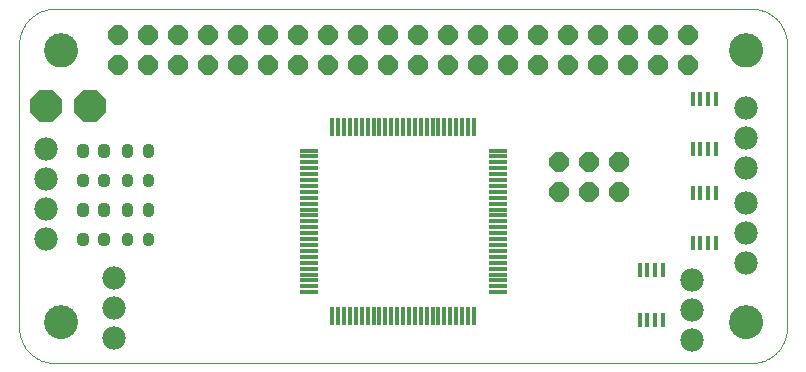
<source format=gbs>
G75*
%MOIN*%
%OFA0B0*%
%FSLAX25Y25*%
%IPPOS*%
%LPD*%
%AMOC8*
5,1,8,0,0,1.08239X$1,22.5*
%
%ADD10C,0.00000*%
%ADD11C,0.11227*%
%ADD12OC8,0.06400*%
%ADD13R,0.06306X0.01581*%
%ADD14R,0.01581X0.06306*%
%ADD15C,0.03150*%
%ADD16OC8,0.10400*%
%ADD17OC8,0.06502*%
%ADD18R,0.01581X0.05124*%
%ADD19C,0.07800*%
D10*
X0013811Y0013041D02*
X0246094Y0013041D01*
X0246379Y0013044D01*
X0246665Y0013055D01*
X0246950Y0013072D01*
X0247234Y0013096D01*
X0247518Y0013127D01*
X0247801Y0013165D01*
X0248082Y0013210D01*
X0248363Y0013261D01*
X0248643Y0013319D01*
X0248921Y0013384D01*
X0249197Y0013456D01*
X0249471Y0013534D01*
X0249744Y0013619D01*
X0250014Y0013711D01*
X0250282Y0013809D01*
X0250548Y0013913D01*
X0250811Y0014024D01*
X0251071Y0014141D01*
X0251329Y0014264D01*
X0251583Y0014394D01*
X0251834Y0014530D01*
X0252082Y0014671D01*
X0252326Y0014819D01*
X0252567Y0014972D01*
X0252803Y0015132D01*
X0253036Y0015297D01*
X0253265Y0015467D01*
X0253490Y0015643D01*
X0253710Y0015825D01*
X0253926Y0016011D01*
X0254137Y0016203D01*
X0254344Y0016400D01*
X0254546Y0016602D01*
X0254743Y0016809D01*
X0254935Y0017020D01*
X0255121Y0017236D01*
X0255303Y0017456D01*
X0255479Y0017681D01*
X0255649Y0017910D01*
X0255814Y0018143D01*
X0255974Y0018379D01*
X0256127Y0018620D01*
X0256275Y0018864D01*
X0256416Y0019112D01*
X0256552Y0019363D01*
X0256682Y0019617D01*
X0256805Y0019875D01*
X0256922Y0020135D01*
X0257033Y0020398D01*
X0257137Y0020664D01*
X0257235Y0020932D01*
X0257327Y0021202D01*
X0257412Y0021475D01*
X0257490Y0021749D01*
X0257562Y0022025D01*
X0257627Y0022303D01*
X0257685Y0022583D01*
X0257736Y0022864D01*
X0257781Y0023145D01*
X0257819Y0023428D01*
X0257850Y0023712D01*
X0257874Y0023996D01*
X0257891Y0024281D01*
X0257902Y0024567D01*
X0257905Y0024852D01*
X0257906Y0024852D02*
X0257906Y0119340D01*
X0257905Y0119340D02*
X0257902Y0119625D01*
X0257891Y0119911D01*
X0257874Y0120196D01*
X0257850Y0120480D01*
X0257819Y0120764D01*
X0257781Y0121047D01*
X0257736Y0121328D01*
X0257685Y0121609D01*
X0257627Y0121889D01*
X0257562Y0122167D01*
X0257490Y0122443D01*
X0257412Y0122717D01*
X0257327Y0122990D01*
X0257235Y0123260D01*
X0257137Y0123528D01*
X0257033Y0123794D01*
X0256922Y0124057D01*
X0256805Y0124317D01*
X0256682Y0124575D01*
X0256552Y0124829D01*
X0256416Y0125080D01*
X0256275Y0125328D01*
X0256127Y0125572D01*
X0255974Y0125813D01*
X0255814Y0126049D01*
X0255649Y0126282D01*
X0255479Y0126511D01*
X0255303Y0126736D01*
X0255121Y0126956D01*
X0254935Y0127172D01*
X0254743Y0127383D01*
X0254546Y0127590D01*
X0254344Y0127792D01*
X0254137Y0127989D01*
X0253926Y0128181D01*
X0253710Y0128367D01*
X0253490Y0128549D01*
X0253265Y0128725D01*
X0253036Y0128895D01*
X0252803Y0129060D01*
X0252567Y0129220D01*
X0252326Y0129373D01*
X0252082Y0129521D01*
X0251834Y0129662D01*
X0251583Y0129798D01*
X0251329Y0129928D01*
X0251071Y0130051D01*
X0250811Y0130168D01*
X0250548Y0130279D01*
X0250282Y0130383D01*
X0250014Y0130481D01*
X0249744Y0130573D01*
X0249471Y0130658D01*
X0249197Y0130736D01*
X0248921Y0130808D01*
X0248643Y0130873D01*
X0248363Y0130931D01*
X0248082Y0130982D01*
X0247801Y0131027D01*
X0247518Y0131065D01*
X0247234Y0131096D01*
X0246950Y0131120D01*
X0246665Y0131137D01*
X0246379Y0131148D01*
X0246094Y0131151D01*
X0013811Y0131151D01*
X0013526Y0131148D01*
X0013240Y0131137D01*
X0012955Y0131120D01*
X0012671Y0131096D01*
X0012387Y0131065D01*
X0012104Y0131027D01*
X0011823Y0130982D01*
X0011542Y0130931D01*
X0011262Y0130873D01*
X0010984Y0130808D01*
X0010708Y0130736D01*
X0010434Y0130658D01*
X0010161Y0130573D01*
X0009891Y0130481D01*
X0009623Y0130383D01*
X0009357Y0130279D01*
X0009094Y0130168D01*
X0008834Y0130051D01*
X0008576Y0129928D01*
X0008322Y0129798D01*
X0008071Y0129662D01*
X0007823Y0129521D01*
X0007579Y0129373D01*
X0007338Y0129220D01*
X0007102Y0129060D01*
X0006869Y0128895D01*
X0006640Y0128725D01*
X0006415Y0128549D01*
X0006195Y0128367D01*
X0005979Y0128181D01*
X0005768Y0127989D01*
X0005561Y0127792D01*
X0005359Y0127590D01*
X0005162Y0127383D01*
X0004970Y0127172D01*
X0004784Y0126956D01*
X0004602Y0126736D01*
X0004426Y0126511D01*
X0004256Y0126282D01*
X0004091Y0126049D01*
X0003931Y0125813D01*
X0003778Y0125572D01*
X0003630Y0125328D01*
X0003489Y0125080D01*
X0003353Y0124829D01*
X0003223Y0124575D01*
X0003100Y0124317D01*
X0002983Y0124057D01*
X0002872Y0123794D01*
X0002768Y0123528D01*
X0002670Y0123260D01*
X0002578Y0122990D01*
X0002493Y0122717D01*
X0002415Y0122443D01*
X0002343Y0122167D01*
X0002278Y0121889D01*
X0002220Y0121609D01*
X0002169Y0121328D01*
X0002124Y0121047D01*
X0002086Y0120764D01*
X0002055Y0120480D01*
X0002031Y0120196D01*
X0002014Y0119911D01*
X0002003Y0119625D01*
X0002000Y0119340D01*
X0002000Y0024852D01*
X0002003Y0024567D01*
X0002014Y0024281D01*
X0002031Y0023996D01*
X0002055Y0023712D01*
X0002086Y0023428D01*
X0002124Y0023145D01*
X0002169Y0022864D01*
X0002220Y0022583D01*
X0002278Y0022303D01*
X0002343Y0022025D01*
X0002415Y0021749D01*
X0002493Y0021475D01*
X0002578Y0021202D01*
X0002670Y0020932D01*
X0002768Y0020664D01*
X0002872Y0020398D01*
X0002983Y0020135D01*
X0003100Y0019875D01*
X0003223Y0019617D01*
X0003353Y0019363D01*
X0003489Y0019112D01*
X0003630Y0018864D01*
X0003778Y0018620D01*
X0003931Y0018379D01*
X0004091Y0018143D01*
X0004256Y0017910D01*
X0004426Y0017681D01*
X0004602Y0017456D01*
X0004784Y0017236D01*
X0004970Y0017020D01*
X0005162Y0016809D01*
X0005359Y0016602D01*
X0005561Y0016400D01*
X0005768Y0016203D01*
X0005979Y0016011D01*
X0006195Y0015825D01*
X0006415Y0015643D01*
X0006640Y0015467D01*
X0006869Y0015297D01*
X0007102Y0015132D01*
X0007338Y0014972D01*
X0007579Y0014819D01*
X0007823Y0014671D01*
X0008071Y0014530D01*
X0008322Y0014394D01*
X0008576Y0014264D01*
X0008834Y0014141D01*
X0009094Y0014024D01*
X0009357Y0013913D01*
X0009623Y0013809D01*
X0009891Y0013711D01*
X0010161Y0013619D01*
X0010434Y0013534D01*
X0010708Y0013456D01*
X0010984Y0013384D01*
X0011262Y0013319D01*
X0011542Y0013261D01*
X0011823Y0013210D01*
X0012104Y0013165D01*
X0012387Y0013127D01*
X0012671Y0013096D01*
X0012955Y0013072D01*
X0013240Y0013055D01*
X0013526Y0013044D01*
X0013811Y0013041D01*
X0010367Y0026820D02*
X0010369Y0026967D01*
X0010375Y0027113D01*
X0010385Y0027259D01*
X0010399Y0027405D01*
X0010417Y0027551D01*
X0010438Y0027696D01*
X0010464Y0027840D01*
X0010494Y0027984D01*
X0010527Y0028126D01*
X0010564Y0028268D01*
X0010605Y0028409D01*
X0010650Y0028548D01*
X0010699Y0028687D01*
X0010751Y0028824D01*
X0010808Y0028959D01*
X0010867Y0029093D01*
X0010931Y0029225D01*
X0010998Y0029355D01*
X0011068Y0029484D01*
X0011142Y0029611D01*
X0011219Y0029735D01*
X0011300Y0029858D01*
X0011384Y0029978D01*
X0011471Y0030096D01*
X0011561Y0030211D01*
X0011654Y0030324D01*
X0011751Y0030435D01*
X0011850Y0030543D01*
X0011952Y0030648D01*
X0012057Y0030750D01*
X0012165Y0030849D01*
X0012276Y0030946D01*
X0012389Y0031039D01*
X0012504Y0031129D01*
X0012622Y0031216D01*
X0012742Y0031300D01*
X0012865Y0031381D01*
X0012989Y0031458D01*
X0013116Y0031532D01*
X0013245Y0031602D01*
X0013375Y0031669D01*
X0013507Y0031733D01*
X0013641Y0031792D01*
X0013776Y0031849D01*
X0013913Y0031901D01*
X0014052Y0031950D01*
X0014191Y0031995D01*
X0014332Y0032036D01*
X0014474Y0032073D01*
X0014616Y0032106D01*
X0014760Y0032136D01*
X0014904Y0032162D01*
X0015049Y0032183D01*
X0015195Y0032201D01*
X0015341Y0032215D01*
X0015487Y0032225D01*
X0015633Y0032231D01*
X0015780Y0032233D01*
X0015927Y0032231D01*
X0016073Y0032225D01*
X0016219Y0032215D01*
X0016365Y0032201D01*
X0016511Y0032183D01*
X0016656Y0032162D01*
X0016800Y0032136D01*
X0016944Y0032106D01*
X0017086Y0032073D01*
X0017228Y0032036D01*
X0017369Y0031995D01*
X0017508Y0031950D01*
X0017647Y0031901D01*
X0017784Y0031849D01*
X0017919Y0031792D01*
X0018053Y0031733D01*
X0018185Y0031669D01*
X0018315Y0031602D01*
X0018444Y0031532D01*
X0018571Y0031458D01*
X0018695Y0031381D01*
X0018818Y0031300D01*
X0018938Y0031216D01*
X0019056Y0031129D01*
X0019171Y0031039D01*
X0019284Y0030946D01*
X0019395Y0030849D01*
X0019503Y0030750D01*
X0019608Y0030648D01*
X0019710Y0030543D01*
X0019809Y0030435D01*
X0019906Y0030324D01*
X0019999Y0030211D01*
X0020089Y0030096D01*
X0020176Y0029978D01*
X0020260Y0029858D01*
X0020341Y0029735D01*
X0020418Y0029611D01*
X0020492Y0029484D01*
X0020562Y0029355D01*
X0020629Y0029225D01*
X0020693Y0029093D01*
X0020752Y0028959D01*
X0020809Y0028824D01*
X0020861Y0028687D01*
X0020910Y0028548D01*
X0020955Y0028409D01*
X0020996Y0028268D01*
X0021033Y0028126D01*
X0021066Y0027984D01*
X0021096Y0027840D01*
X0021122Y0027696D01*
X0021143Y0027551D01*
X0021161Y0027405D01*
X0021175Y0027259D01*
X0021185Y0027113D01*
X0021191Y0026967D01*
X0021193Y0026820D01*
X0021191Y0026673D01*
X0021185Y0026527D01*
X0021175Y0026381D01*
X0021161Y0026235D01*
X0021143Y0026089D01*
X0021122Y0025944D01*
X0021096Y0025800D01*
X0021066Y0025656D01*
X0021033Y0025514D01*
X0020996Y0025372D01*
X0020955Y0025231D01*
X0020910Y0025092D01*
X0020861Y0024953D01*
X0020809Y0024816D01*
X0020752Y0024681D01*
X0020693Y0024547D01*
X0020629Y0024415D01*
X0020562Y0024285D01*
X0020492Y0024156D01*
X0020418Y0024029D01*
X0020341Y0023905D01*
X0020260Y0023782D01*
X0020176Y0023662D01*
X0020089Y0023544D01*
X0019999Y0023429D01*
X0019906Y0023316D01*
X0019809Y0023205D01*
X0019710Y0023097D01*
X0019608Y0022992D01*
X0019503Y0022890D01*
X0019395Y0022791D01*
X0019284Y0022694D01*
X0019171Y0022601D01*
X0019056Y0022511D01*
X0018938Y0022424D01*
X0018818Y0022340D01*
X0018695Y0022259D01*
X0018571Y0022182D01*
X0018444Y0022108D01*
X0018315Y0022038D01*
X0018185Y0021971D01*
X0018053Y0021907D01*
X0017919Y0021848D01*
X0017784Y0021791D01*
X0017647Y0021739D01*
X0017508Y0021690D01*
X0017369Y0021645D01*
X0017228Y0021604D01*
X0017086Y0021567D01*
X0016944Y0021534D01*
X0016800Y0021504D01*
X0016656Y0021478D01*
X0016511Y0021457D01*
X0016365Y0021439D01*
X0016219Y0021425D01*
X0016073Y0021415D01*
X0015927Y0021409D01*
X0015780Y0021407D01*
X0015633Y0021409D01*
X0015487Y0021415D01*
X0015341Y0021425D01*
X0015195Y0021439D01*
X0015049Y0021457D01*
X0014904Y0021478D01*
X0014760Y0021504D01*
X0014616Y0021534D01*
X0014474Y0021567D01*
X0014332Y0021604D01*
X0014191Y0021645D01*
X0014052Y0021690D01*
X0013913Y0021739D01*
X0013776Y0021791D01*
X0013641Y0021848D01*
X0013507Y0021907D01*
X0013375Y0021971D01*
X0013245Y0022038D01*
X0013116Y0022108D01*
X0012989Y0022182D01*
X0012865Y0022259D01*
X0012742Y0022340D01*
X0012622Y0022424D01*
X0012504Y0022511D01*
X0012389Y0022601D01*
X0012276Y0022694D01*
X0012165Y0022791D01*
X0012057Y0022890D01*
X0011952Y0022992D01*
X0011850Y0023097D01*
X0011751Y0023205D01*
X0011654Y0023316D01*
X0011561Y0023429D01*
X0011471Y0023544D01*
X0011384Y0023662D01*
X0011300Y0023782D01*
X0011219Y0023905D01*
X0011142Y0024029D01*
X0011068Y0024156D01*
X0010998Y0024285D01*
X0010931Y0024415D01*
X0010867Y0024547D01*
X0010808Y0024681D01*
X0010751Y0024816D01*
X0010699Y0024953D01*
X0010650Y0025092D01*
X0010605Y0025231D01*
X0010564Y0025372D01*
X0010527Y0025514D01*
X0010494Y0025656D01*
X0010464Y0025800D01*
X0010438Y0025944D01*
X0010417Y0026089D01*
X0010399Y0026235D01*
X0010385Y0026381D01*
X0010375Y0026527D01*
X0010369Y0026673D01*
X0010367Y0026820D01*
X0010367Y0117371D02*
X0010369Y0117518D01*
X0010375Y0117664D01*
X0010385Y0117810D01*
X0010399Y0117956D01*
X0010417Y0118102D01*
X0010438Y0118247D01*
X0010464Y0118391D01*
X0010494Y0118535D01*
X0010527Y0118677D01*
X0010564Y0118819D01*
X0010605Y0118960D01*
X0010650Y0119099D01*
X0010699Y0119238D01*
X0010751Y0119375D01*
X0010808Y0119510D01*
X0010867Y0119644D01*
X0010931Y0119776D01*
X0010998Y0119906D01*
X0011068Y0120035D01*
X0011142Y0120162D01*
X0011219Y0120286D01*
X0011300Y0120409D01*
X0011384Y0120529D01*
X0011471Y0120647D01*
X0011561Y0120762D01*
X0011654Y0120875D01*
X0011751Y0120986D01*
X0011850Y0121094D01*
X0011952Y0121199D01*
X0012057Y0121301D01*
X0012165Y0121400D01*
X0012276Y0121497D01*
X0012389Y0121590D01*
X0012504Y0121680D01*
X0012622Y0121767D01*
X0012742Y0121851D01*
X0012865Y0121932D01*
X0012989Y0122009D01*
X0013116Y0122083D01*
X0013245Y0122153D01*
X0013375Y0122220D01*
X0013507Y0122284D01*
X0013641Y0122343D01*
X0013776Y0122400D01*
X0013913Y0122452D01*
X0014052Y0122501D01*
X0014191Y0122546D01*
X0014332Y0122587D01*
X0014474Y0122624D01*
X0014616Y0122657D01*
X0014760Y0122687D01*
X0014904Y0122713D01*
X0015049Y0122734D01*
X0015195Y0122752D01*
X0015341Y0122766D01*
X0015487Y0122776D01*
X0015633Y0122782D01*
X0015780Y0122784D01*
X0015927Y0122782D01*
X0016073Y0122776D01*
X0016219Y0122766D01*
X0016365Y0122752D01*
X0016511Y0122734D01*
X0016656Y0122713D01*
X0016800Y0122687D01*
X0016944Y0122657D01*
X0017086Y0122624D01*
X0017228Y0122587D01*
X0017369Y0122546D01*
X0017508Y0122501D01*
X0017647Y0122452D01*
X0017784Y0122400D01*
X0017919Y0122343D01*
X0018053Y0122284D01*
X0018185Y0122220D01*
X0018315Y0122153D01*
X0018444Y0122083D01*
X0018571Y0122009D01*
X0018695Y0121932D01*
X0018818Y0121851D01*
X0018938Y0121767D01*
X0019056Y0121680D01*
X0019171Y0121590D01*
X0019284Y0121497D01*
X0019395Y0121400D01*
X0019503Y0121301D01*
X0019608Y0121199D01*
X0019710Y0121094D01*
X0019809Y0120986D01*
X0019906Y0120875D01*
X0019999Y0120762D01*
X0020089Y0120647D01*
X0020176Y0120529D01*
X0020260Y0120409D01*
X0020341Y0120286D01*
X0020418Y0120162D01*
X0020492Y0120035D01*
X0020562Y0119906D01*
X0020629Y0119776D01*
X0020693Y0119644D01*
X0020752Y0119510D01*
X0020809Y0119375D01*
X0020861Y0119238D01*
X0020910Y0119099D01*
X0020955Y0118960D01*
X0020996Y0118819D01*
X0021033Y0118677D01*
X0021066Y0118535D01*
X0021096Y0118391D01*
X0021122Y0118247D01*
X0021143Y0118102D01*
X0021161Y0117956D01*
X0021175Y0117810D01*
X0021185Y0117664D01*
X0021191Y0117518D01*
X0021193Y0117371D01*
X0021191Y0117224D01*
X0021185Y0117078D01*
X0021175Y0116932D01*
X0021161Y0116786D01*
X0021143Y0116640D01*
X0021122Y0116495D01*
X0021096Y0116351D01*
X0021066Y0116207D01*
X0021033Y0116065D01*
X0020996Y0115923D01*
X0020955Y0115782D01*
X0020910Y0115643D01*
X0020861Y0115504D01*
X0020809Y0115367D01*
X0020752Y0115232D01*
X0020693Y0115098D01*
X0020629Y0114966D01*
X0020562Y0114836D01*
X0020492Y0114707D01*
X0020418Y0114580D01*
X0020341Y0114456D01*
X0020260Y0114333D01*
X0020176Y0114213D01*
X0020089Y0114095D01*
X0019999Y0113980D01*
X0019906Y0113867D01*
X0019809Y0113756D01*
X0019710Y0113648D01*
X0019608Y0113543D01*
X0019503Y0113441D01*
X0019395Y0113342D01*
X0019284Y0113245D01*
X0019171Y0113152D01*
X0019056Y0113062D01*
X0018938Y0112975D01*
X0018818Y0112891D01*
X0018695Y0112810D01*
X0018571Y0112733D01*
X0018444Y0112659D01*
X0018315Y0112589D01*
X0018185Y0112522D01*
X0018053Y0112458D01*
X0017919Y0112399D01*
X0017784Y0112342D01*
X0017647Y0112290D01*
X0017508Y0112241D01*
X0017369Y0112196D01*
X0017228Y0112155D01*
X0017086Y0112118D01*
X0016944Y0112085D01*
X0016800Y0112055D01*
X0016656Y0112029D01*
X0016511Y0112008D01*
X0016365Y0111990D01*
X0016219Y0111976D01*
X0016073Y0111966D01*
X0015927Y0111960D01*
X0015780Y0111958D01*
X0015633Y0111960D01*
X0015487Y0111966D01*
X0015341Y0111976D01*
X0015195Y0111990D01*
X0015049Y0112008D01*
X0014904Y0112029D01*
X0014760Y0112055D01*
X0014616Y0112085D01*
X0014474Y0112118D01*
X0014332Y0112155D01*
X0014191Y0112196D01*
X0014052Y0112241D01*
X0013913Y0112290D01*
X0013776Y0112342D01*
X0013641Y0112399D01*
X0013507Y0112458D01*
X0013375Y0112522D01*
X0013245Y0112589D01*
X0013116Y0112659D01*
X0012989Y0112733D01*
X0012865Y0112810D01*
X0012742Y0112891D01*
X0012622Y0112975D01*
X0012504Y0113062D01*
X0012389Y0113152D01*
X0012276Y0113245D01*
X0012165Y0113342D01*
X0012057Y0113441D01*
X0011952Y0113543D01*
X0011850Y0113648D01*
X0011751Y0113756D01*
X0011654Y0113867D01*
X0011561Y0113980D01*
X0011471Y0114095D01*
X0011384Y0114213D01*
X0011300Y0114333D01*
X0011219Y0114456D01*
X0011142Y0114580D01*
X0011068Y0114707D01*
X0010998Y0114836D01*
X0010931Y0114966D01*
X0010867Y0115098D01*
X0010808Y0115232D01*
X0010751Y0115367D01*
X0010699Y0115504D01*
X0010650Y0115643D01*
X0010605Y0115782D01*
X0010564Y0115923D01*
X0010527Y0116065D01*
X0010494Y0116207D01*
X0010464Y0116351D01*
X0010438Y0116495D01*
X0010417Y0116640D01*
X0010399Y0116786D01*
X0010385Y0116932D01*
X0010375Y0117078D01*
X0010369Y0117224D01*
X0010367Y0117371D01*
X0238713Y0117371D02*
X0238715Y0117518D01*
X0238721Y0117664D01*
X0238731Y0117810D01*
X0238745Y0117956D01*
X0238763Y0118102D01*
X0238784Y0118247D01*
X0238810Y0118391D01*
X0238840Y0118535D01*
X0238873Y0118677D01*
X0238910Y0118819D01*
X0238951Y0118960D01*
X0238996Y0119099D01*
X0239045Y0119238D01*
X0239097Y0119375D01*
X0239154Y0119510D01*
X0239213Y0119644D01*
X0239277Y0119776D01*
X0239344Y0119906D01*
X0239414Y0120035D01*
X0239488Y0120162D01*
X0239565Y0120286D01*
X0239646Y0120409D01*
X0239730Y0120529D01*
X0239817Y0120647D01*
X0239907Y0120762D01*
X0240000Y0120875D01*
X0240097Y0120986D01*
X0240196Y0121094D01*
X0240298Y0121199D01*
X0240403Y0121301D01*
X0240511Y0121400D01*
X0240622Y0121497D01*
X0240735Y0121590D01*
X0240850Y0121680D01*
X0240968Y0121767D01*
X0241088Y0121851D01*
X0241211Y0121932D01*
X0241335Y0122009D01*
X0241462Y0122083D01*
X0241591Y0122153D01*
X0241721Y0122220D01*
X0241853Y0122284D01*
X0241987Y0122343D01*
X0242122Y0122400D01*
X0242259Y0122452D01*
X0242398Y0122501D01*
X0242537Y0122546D01*
X0242678Y0122587D01*
X0242820Y0122624D01*
X0242962Y0122657D01*
X0243106Y0122687D01*
X0243250Y0122713D01*
X0243395Y0122734D01*
X0243541Y0122752D01*
X0243687Y0122766D01*
X0243833Y0122776D01*
X0243979Y0122782D01*
X0244126Y0122784D01*
X0244273Y0122782D01*
X0244419Y0122776D01*
X0244565Y0122766D01*
X0244711Y0122752D01*
X0244857Y0122734D01*
X0245002Y0122713D01*
X0245146Y0122687D01*
X0245290Y0122657D01*
X0245432Y0122624D01*
X0245574Y0122587D01*
X0245715Y0122546D01*
X0245854Y0122501D01*
X0245993Y0122452D01*
X0246130Y0122400D01*
X0246265Y0122343D01*
X0246399Y0122284D01*
X0246531Y0122220D01*
X0246661Y0122153D01*
X0246790Y0122083D01*
X0246917Y0122009D01*
X0247041Y0121932D01*
X0247164Y0121851D01*
X0247284Y0121767D01*
X0247402Y0121680D01*
X0247517Y0121590D01*
X0247630Y0121497D01*
X0247741Y0121400D01*
X0247849Y0121301D01*
X0247954Y0121199D01*
X0248056Y0121094D01*
X0248155Y0120986D01*
X0248252Y0120875D01*
X0248345Y0120762D01*
X0248435Y0120647D01*
X0248522Y0120529D01*
X0248606Y0120409D01*
X0248687Y0120286D01*
X0248764Y0120162D01*
X0248838Y0120035D01*
X0248908Y0119906D01*
X0248975Y0119776D01*
X0249039Y0119644D01*
X0249098Y0119510D01*
X0249155Y0119375D01*
X0249207Y0119238D01*
X0249256Y0119099D01*
X0249301Y0118960D01*
X0249342Y0118819D01*
X0249379Y0118677D01*
X0249412Y0118535D01*
X0249442Y0118391D01*
X0249468Y0118247D01*
X0249489Y0118102D01*
X0249507Y0117956D01*
X0249521Y0117810D01*
X0249531Y0117664D01*
X0249537Y0117518D01*
X0249539Y0117371D01*
X0249537Y0117224D01*
X0249531Y0117078D01*
X0249521Y0116932D01*
X0249507Y0116786D01*
X0249489Y0116640D01*
X0249468Y0116495D01*
X0249442Y0116351D01*
X0249412Y0116207D01*
X0249379Y0116065D01*
X0249342Y0115923D01*
X0249301Y0115782D01*
X0249256Y0115643D01*
X0249207Y0115504D01*
X0249155Y0115367D01*
X0249098Y0115232D01*
X0249039Y0115098D01*
X0248975Y0114966D01*
X0248908Y0114836D01*
X0248838Y0114707D01*
X0248764Y0114580D01*
X0248687Y0114456D01*
X0248606Y0114333D01*
X0248522Y0114213D01*
X0248435Y0114095D01*
X0248345Y0113980D01*
X0248252Y0113867D01*
X0248155Y0113756D01*
X0248056Y0113648D01*
X0247954Y0113543D01*
X0247849Y0113441D01*
X0247741Y0113342D01*
X0247630Y0113245D01*
X0247517Y0113152D01*
X0247402Y0113062D01*
X0247284Y0112975D01*
X0247164Y0112891D01*
X0247041Y0112810D01*
X0246917Y0112733D01*
X0246790Y0112659D01*
X0246661Y0112589D01*
X0246531Y0112522D01*
X0246399Y0112458D01*
X0246265Y0112399D01*
X0246130Y0112342D01*
X0245993Y0112290D01*
X0245854Y0112241D01*
X0245715Y0112196D01*
X0245574Y0112155D01*
X0245432Y0112118D01*
X0245290Y0112085D01*
X0245146Y0112055D01*
X0245002Y0112029D01*
X0244857Y0112008D01*
X0244711Y0111990D01*
X0244565Y0111976D01*
X0244419Y0111966D01*
X0244273Y0111960D01*
X0244126Y0111958D01*
X0243979Y0111960D01*
X0243833Y0111966D01*
X0243687Y0111976D01*
X0243541Y0111990D01*
X0243395Y0112008D01*
X0243250Y0112029D01*
X0243106Y0112055D01*
X0242962Y0112085D01*
X0242820Y0112118D01*
X0242678Y0112155D01*
X0242537Y0112196D01*
X0242398Y0112241D01*
X0242259Y0112290D01*
X0242122Y0112342D01*
X0241987Y0112399D01*
X0241853Y0112458D01*
X0241721Y0112522D01*
X0241591Y0112589D01*
X0241462Y0112659D01*
X0241335Y0112733D01*
X0241211Y0112810D01*
X0241088Y0112891D01*
X0240968Y0112975D01*
X0240850Y0113062D01*
X0240735Y0113152D01*
X0240622Y0113245D01*
X0240511Y0113342D01*
X0240403Y0113441D01*
X0240298Y0113543D01*
X0240196Y0113648D01*
X0240097Y0113756D01*
X0240000Y0113867D01*
X0239907Y0113980D01*
X0239817Y0114095D01*
X0239730Y0114213D01*
X0239646Y0114333D01*
X0239565Y0114456D01*
X0239488Y0114580D01*
X0239414Y0114707D01*
X0239344Y0114836D01*
X0239277Y0114966D01*
X0239213Y0115098D01*
X0239154Y0115232D01*
X0239097Y0115367D01*
X0239045Y0115504D01*
X0238996Y0115643D01*
X0238951Y0115782D01*
X0238910Y0115923D01*
X0238873Y0116065D01*
X0238840Y0116207D01*
X0238810Y0116351D01*
X0238784Y0116495D01*
X0238763Y0116640D01*
X0238745Y0116786D01*
X0238731Y0116932D01*
X0238721Y0117078D01*
X0238715Y0117224D01*
X0238713Y0117371D01*
X0238713Y0026820D02*
X0238715Y0026967D01*
X0238721Y0027113D01*
X0238731Y0027259D01*
X0238745Y0027405D01*
X0238763Y0027551D01*
X0238784Y0027696D01*
X0238810Y0027840D01*
X0238840Y0027984D01*
X0238873Y0028126D01*
X0238910Y0028268D01*
X0238951Y0028409D01*
X0238996Y0028548D01*
X0239045Y0028687D01*
X0239097Y0028824D01*
X0239154Y0028959D01*
X0239213Y0029093D01*
X0239277Y0029225D01*
X0239344Y0029355D01*
X0239414Y0029484D01*
X0239488Y0029611D01*
X0239565Y0029735D01*
X0239646Y0029858D01*
X0239730Y0029978D01*
X0239817Y0030096D01*
X0239907Y0030211D01*
X0240000Y0030324D01*
X0240097Y0030435D01*
X0240196Y0030543D01*
X0240298Y0030648D01*
X0240403Y0030750D01*
X0240511Y0030849D01*
X0240622Y0030946D01*
X0240735Y0031039D01*
X0240850Y0031129D01*
X0240968Y0031216D01*
X0241088Y0031300D01*
X0241211Y0031381D01*
X0241335Y0031458D01*
X0241462Y0031532D01*
X0241591Y0031602D01*
X0241721Y0031669D01*
X0241853Y0031733D01*
X0241987Y0031792D01*
X0242122Y0031849D01*
X0242259Y0031901D01*
X0242398Y0031950D01*
X0242537Y0031995D01*
X0242678Y0032036D01*
X0242820Y0032073D01*
X0242962Y0032106D01*
X0243106Y0032136D01*
X0243250Y0032162D01*
X0243395Y0032183D01*
X0243541Y0032201D01*
X0243687Y0032215D01*
X0243833Y0032225D01*
X0243979Y0032231D01*
X0244126Y0032233D01*
X0244273Y0032231D01*
X0244419Y0032225D01*
X0244565Y0032215D01*
X0244711Y0032201D01*
X0244857Y0032183D01*
X0245002Y0032162D01*
X0245146Y0032136D01*
X0245290Y0032106D01*
X0245432Y0032073D01*
X0245574Y0032036D01*
X0245715Y0031995D01*
X0245854Y0031950D01*
X0245993Y0031901D01*
X0246130Y0031849D01*
X0246265Y0031792D01*
X0246399Y0031733D01*
X0246531Y0031669D01*
X0246661Y0031602D01*
X0246790Y0031532D01*
X0246917Y0031458D01*
X0247041Y0031381D01*
X0247164Y0031300D01*
X0247284Y0031216D01*
X0247402Y0031129D01*
X0247517Y0031039D01*
X0247630Y0030946D01*
X0247741Y0030849D01*
X0247849Y0030750D01*
X0247954Y0030648D01*
X0248056Y0030543D01*
X0248155Y0030435D01*
X0248252Y0030324D01*
X0248345Y0030211D01*
X0248435Y0030096D01*
X0248522Y0029978D01*
X0248606Y0029858D01*
X0248687Y0029735D01*
X0248764Y0029611D01*
X0248838Y0029484D01*
X0248908Y0029355D01*
X0248975Y0029225D01*
X0249039Y0029093D01*
X0249098Y0028959D01*
X0249155Y0028824D01*
X0249207Y0028687D01*
X0249256Y0028548D01*
X0249301Y0028409D01*
X0249342Y0028268D01*
X0249379Y0028126D01*
X0249412Y0027984D01*
X0249442Y0027840D01*
X0249468Y0027696D01*
X0249489Y0027551D01*
X0249507Y0027405D01*
X0249521Y0027259D01*
X0249531Y0027113D01*
X0249537Y0026967D01*
X0249539Y0026820D01*
X0249537Y0026673D01*
X0249531Y0026527D01*
X0249521Y0026381D01*
X0249507Y0026235D01*
X0249489Y0026089D01*
X0249468Y0025944D01*
X0249442Y0025800D01*
X0249412Y0025656D01*
X0249379Y0025514D01*
X0249342Y0025372D01*
X0249301Y0025231D01*
X0249256Y0025092D01*
X0249207Y0024953D01*
X0249155Y0024816D01*
X0249098Y0024681D01*
X0249039Y0024547D01*
X0248975Y0024415D01*
X0248908Y0024285D01*
X0248838Y0024156D01*
X0248764Y0024029D01*
X0248687Y0023905D01*
X0248606Y0023782D01*
X0248522Y0023662D01*
X0248435Y0023544D01*
X0248345Y0023429D01*
X0248252Y0023316D01*
X0248155Y0023205D01*
X0248056Y0023097D01*
X0247954Y0022992D01*
X0247849Y0022890D01*
X0247741Y0022791D01*
X0247630Y0022694D01*
X0247517Y0022601D01*
X0247402Y0022511D01*
X0247284Y0022424D01*
X0247164Y0022340D01*
X0247041Y0022259D01*
X0246917Y0022182D01*
X0246790Y0022108D01*
X0246661Y0022038D01*
X0246531Y0021971D01*
X0246399Y0021907D01*
X0246265Y0021848D01*
X0246130Y0021791D01*
X0245993Y0021739D01*
X0245854Y0021690D01*
X0245715Y0021645D01*
X0245574Y0021604D01*
X0245432Y0021567D01*
X0245290Y0021534D01*
X0245146Y0021504D01*
X0245002Y0021478D01*
X0244857Y0021457D01*
X0244711Y0021439D01*
X0244565Y0021425D01*
X0244419Y0021415D01*
X0244273Y0021409D01*
X0244126Y0021407D01*
X0243979Y0021409D01*
X0243833Y0021415D01*
X0243687Y0021425D01*
X0243541Y0021439D01*
X0243395Y0021457D01*
X0243250Y0021478D01*
X0243106Y0021504D01*
X0242962Y0021534D01*
X0242820Y0021567D01*
X0242678Y0021604D01*
X0242537Y0021645D01*
X0242398Y0021690D01*
X0242259Y0021739D01*
X0242122Y0021791D01*
X0241987Y0021848D01*
X0241853Y0021907D01*
X0241721Y0021971D01*
X0241591Y0022038D01*
X0241462Y0022108D01*
X0241335Y0022182D01*
X0241211Y0022259D01*
X0241088Y0022340D01*
X0240968Y0022424D01*
X0240850Y0022511D01*
X0240735Y0022601D01*
X0240622Y0022694D01*
X0240511Y0022791D01*
X0240403Y0022890D01*
X0240298Y0022992D01*
X0240196Y0023097D01*
X0240097Y0023205D01*
X0240000Y0023316D01*
X0239907Y0023429D01*
X0239817Y0023544D01*
X0239730Y0023662D01*
X0239646Y0023782D01*
X0239565Y0023905D01*
X0239488Y0024029D01*
X0239414Y0024156D01*
X0239344Y0024285D01*
X0239277Y0024415D01*
X0239213Y0024547D01*
X0239154Y0024681D01*
X0239097Y0024816D01*
X0239045Y0024953D01*
X0238996Y0025092D01*
X0238951Y0025231D01*
X0238910Y0025372D01*
X0238873Y0025514D01*
X0238840Y0025656D01*
X0238810Y0025800D01*
X0238784Y0025944D01*
X0238763Y0026089D01*
X0238745Y0026235D01*
X0238731Y0026381D01*
X0238721Y0026527D01*
X0238715Y0026673D01*
X0238713Y0026820D01*
D11*
X0244126Y0026820D03*
X0244126Y0117371D03*
X0015780Y0117371D03*
X0015780Y0026820D03*
D12*
X0034953Y0112371D03*
X0044953Y0112371D03*
X0054953Y0112371D03*
X0064953Y0112371D03*
X0074953Y0112371D03*
X0084953Y0112371D03*
X0094953Y0112371D03*
X0104953Y0112371D03*
X0114953Y0112371D03*
X0124953Y0112371D03*
X0134953Y0112371D03*
X0144953Y0112371D03*
X0154953Y0112371D03*
X0164953Y0112371D03*
X0174953Y0112371D03*
X0184953Y0112371D03*
X0194953Y0112371D03*
X0204953Y0112371D03*
X0214953Y0112371D03*
X0224953Y0112371D03*
X0224953Y0122371D03*
X0214953Y0122371D03*
X0204953Y0122371D03*
X0194953Y0122371D03*
X0184953Y0122371D03*
X0174953Y0122371D03*
X0164953Y0122371D03*
X0154953Y0122371D03*
X0144953Y0122371D03*
X0134953Y0122371D03*
X0124953Y0122371D03*
X0114953Y0122371D03*
X0104953Y0122371D03*
X0094953Y0122371D03*
X0084953Y0122371D03*
X0074953Y0122371D03*
X0064953Y0122371D03*
X0054953Y0122371D03*
X0044953Y0122371D03*
X0034953Y0122371D03*
D13*
X0098457Y0083907D03*
X0098457Y0081938D03*
X0098457Y0079970D03*
X0098457Y0078001D03*
X0098457Y0076033D03*
X0098457Y0074064D03*
X0098457Y0072096D03*
X0098457Y0070127D03*
X0098457Y0068159D03*
X0098457Y0066190D03*
X0098457Y0064222D03*
X0098457Y0062253D03*
X0098457Y0060285D03*
X0098457Y0058316D03*
X0098457Y0056348D03*
X0098457Y0054379D03*
X0098457Y0052411D03*
X0098457Y0050442D03*
X0098457Y0048474D03*
X0098457Y0046505D03*
X0098457Y0044537D03*
X0098457Y0042568D03*
X0098457Y0040600D03*
X0098457Y0038631D03*
X0098457Y0036663D03*
X0161449Y0036663D03*
X0161449Y0038631D03*
X0161449Y0040600D03*
X0161449Y0042568D03*
X0161449Y0044537D03*
X0161449Y0046505D03*
X0161449Y0048474D03*
X0161449Y0050442D03*
X0161449Y0052411D03*
X0161449Y0054379D03*
X0161449Y0056348D03*
X0161449Y0058316D03*
X0161449Y0060285D03*
X0161449Y0062253D03*
X0161449Y0064222D03*
X0161449Y0066190D03*
X0161449Y0068159D03*
X0161449Y0070127D03*
X0161449Y0072096D03*
X0161449Y0074064D03*
X0161449Y0076033D03*
X0161449Y0078001D03*
X0161449Y0079970D03*
X0161449Y0081938D03*
X0161449Y0083907D03*
D14*
X0153575Y0091781D03*
X0151606Y0091781D03*
X0149638Y0091781D03*
X0147669Y0091781D03*
X0145701Y0091781D03*
X0143732Y0091781D03*
X0141764Y0091781D03*
X0139795Y0091781D03*
X0137827Y0091781D03*
X0135858Y0091781D03*
X0133890Y0091781D03*
X0131921Y0091781D03*
X0129953Y0091781D03*
X0127984Y0091781D03*
X0126016Y0091781D03*
X0124047Y0091781D03*
X0122079Y0091781D03*
X0120110Y0091781D03*
X0118142Y0091781D03*
X0116173Y0091781D03*
X0114205Y0091781D03*
X0112236Y0091781D03*
X0110268Y0091781D03*
X0108299Y0091781D03*
X0106331Y0091781D03*
X0106331Y0028789D03*
X0108299Y0028789D03*
X0110268Y0028789D03*
X0112236Y0028789D03*
X0114205Y0028789D03*
X0116173Y0028789D03*
X0118142Y0028789D03*
X0120110Y0028789D03*
X0122079Y0028789D03*
X0124047Y0028789D03*
X0126016Y0028789D03*
X0127984Y0028789D03*
X0129953Y0028789D03*
X0131921Y0028789D03*
X0133890Y0028789D03*
X0135858Y0028789D03*
X0137827Y0028789D03*
X0139795Y0028789D03*
X0141764Y0028789D03*
X0143732Y0028789D03*
X0145701Y0028789D03*
X0147669Y0028789D03*
X0149638Y0028789D03*
X0151606Y0028789D03*
X0153575Y0028789D03*
D15*
X0044477Y0053589D02*
X0044477Y0055169D01*
X0045263Y0055169D01*
X0045263Y0053589D01*
X0044477Y0053589D01*
X0037477Y0053589D02*
X0037477Y0055169D01*
X0038263Y0055169D01*
X0038263Y0053589D01*
X0037477Y0053589D01*
X0030499Y0053589D02*
X0030499Y0055169D01*
X0030499Y0053589D02*
X0029713Y0053589D01*
X0029713Y0055169D01*
X0030499Y0055169D01*
X0023499Y0055169D02*
X0023499Y0053589D01*
X0022713Y0053589D01*
X0022713Y0055169D01*
X0023499Y0055169D01*
X0022713Y0063432D02*
X0022713Y0065012D01*
X0023499Y0065012D01*
X0023499Y0063432D01*
X0022713Y0063432D01*
X0029713Y0063432D02*
X0029713Y0065012D01*
X0030499Y0065012D01*
X0030499Y0063432D01*
X0029713Y0063432D01*
X0037477Y0063432D02*
X0037477Y0065012D01*
X0038263Y0065012D01*
X0038263Y0063432D01*
X0037477Y0063432D01*
X0044477Y0063432D02*
X0044477Y0065012D01*
X0045263Y0065012D01*
X0045263Y0063432D01*
X0044477Y0063432D01*
X0044477Y0073274D02*
X0044477Y0074854D01*
X0045263Y0074854D01*
X0045263Y0073274D01*
X0044477Y0073274D01*
X0037477Y0073274D02*
X0037477Y0074854D01*
X0038263Y0074854D01*
X0038263Y0073274D01*
X0037477Y0073274D01*
X0030499Y0073274D02*
X0030499Y0074854D01*
X0030499Y0073274D02*
X0029713Y0073274D01*
X0029713Y0074854D01*
X0030499Y0074854D01*
X0023499Y0074854D02*
X0023499Y0073274D01*
X0022713Y0073274D01*
X0022713Y0074854D01*
X0023499Y0074854D01*
X0023499Y0083117D02*
X0023499Y0084697D01*
X0023499Y0083117D02*
X0022713Y0083117D01*
X0022713Y0084697D01*
X0023499Y0084697D01*
X0030499Y0084697D02*
X0030499Y0083117D01*
X0029713Y0083117D01*
X0029713Y0084697D01*
X0030499Y0084697D01*
X0037477Y0084697D02*
X0037477Y0083117D01*
X0037477Y0084697D02*
X0038263Y0084697D01*
X0038263Y0083117D01*
X0037477Y0083117D01*
X0044477Y0083117D02*
X0044477Y0084697D01*
X0045263Y0084697D01*
X0045263Y0083117D01*
X0044477Y0083117D01*
D16*
X0025622Y0098670D03*
X0010858Y0098670D03*
D17*
X0181961Y0080048D03*
X0191961Y0080048D03*
X0201961Y0080048D03*
X0201961Y0070048D03*
X0191961Y0070048D03*
X0181961Y0070048D03*
D18*
X0226504Y0069588D03*
X0229063Y0069588D03*
X0231622Y0069588D03*
X0234181Y0069588D03*
X0234181Y0084450D03*
X0231622Y0084450D03*
X0229063Y0084450D03*
X0226504Y0084450D03*
X0226504Y0101084D03*
X0229063Y0101084D03*
X0231622Y0101084D03*
X0234181Y0101084D03*
X0234181Y0052954D03*
X0231622Y0052954D03*
X0229063Y0052954D03*
X0226504Y0052954D03*
X0216465Y0043997D03*
X0213906Y0043997D03*
X0211346Y0043997D03*
X0208787Y0043997D03*
X0208787Y0027363D03*
X0211346Y0027363D03*
X0213906Y0027363D03*
X0216465Y0027363D03*
D19*
X0226409Y0030915D03*
X0226409Y0040915D03*
X0244126Y0046505D03*
X0244126Y0056505D03*
X0244126Y0066505D03*
X0244126Y0078001D03*
X0244126Y0088001D03*
X0244126Y0098001D03*
X0226409Y0020915D03*
X0033496Y0021584D03*
X0033496Y0031584D03*
X0033496Y0041584D03*
X0010850Y0054352D03*
X0010850Y0064352D03*
X0010850Y0074352D03*
X0010850Y0084352D03*
M02*

</source>
